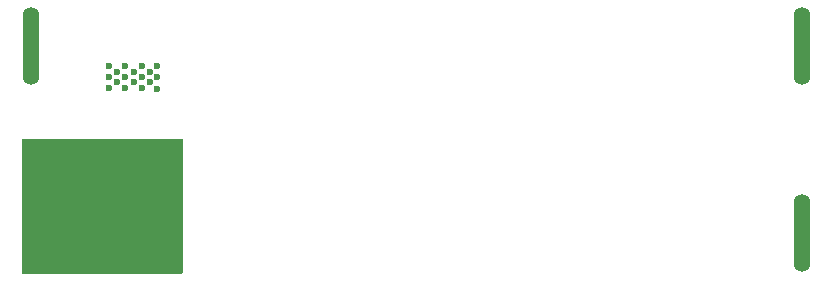
<source format=gbr>
%TF.GenerationSoftware,KiCad,Pcbnew,8.0.5*%
%TF.CreationDate,2025-07-01T10:48:08-04:00*%
%TF.ProjectId,pcb_battery_stub,7063625f-6261-4747-9465-72795f737475,rev?*%
%TF.SameCoordinates,Original*%
%TF.FileFunction,Copper,L4,Bot*%
%TF.FilePolarity,Positive*%
%FSLAX46Y46*%
G04 Gerber Fmt 4.6, Leading zero omitted, Abs format (unit mm)*
G04 Created by KiCad (PCBNEW 8.0.5) date 2025-07-01 10:48:08*
%MOMM*%
%LPD*%
G01*
G04 APERTURE LIST*
%TA.AperFunction,ComponentPad*%
%ADD10O,1.400000X6.600000*%
%TD*%
%TA.AperFunction,ViaPad*%
%ADD11C,0.600000*%
%TD*%
%TA.AperFunction,Conductor*%
%ADD12C,0.300000*%
%TD*%
G04 APERTURE END LIST*
D10*
%TO.P,BT8,1,+*%
%TO.N,Net-(BT3---Pad4)*%
X490000000Y-96500000D03*
%TO.P,BT8,2,-*%
%TO.N,Net-(BT4---Pad2)*%
X555250000Y-96500000D03*
%TO.P,BT8,3,+*%
%TO.N,Net-(BT4-+-Pad3)*%
X490000000Y-80600000D03*
%TO.P,BT8,4,-*%
%TO.N,Net-(BT4---Pad4)*%
X555250000Y-80600000D03*
%TD*%
D11*
%TO.N,Net-(BT3---Pad4)*%
X497200000Y-89800000D03*
X491000000Y-90700000D03*
X490300000Y-89500000D03*
X496500000Y-90300000D03*
X491700000Y-89500000D03*
X491700000Y-91100000D03*
X497200000Y-90600000D03*
X491700000Y-90300000D03*
X497900000Y-90200000D03*
X490300000Y-90400000D03*
X497900000Y-89400000D03*
X491000000Y-89900000D03*
X496500000Y-89400000D03*
X490300000Y-91200000D03*
X496500000Y-91100000D03*
X497900000Y-91000000D03*
%TO.N,Net-(BT4---Pad4)*%
X496600000Y-82300000D03*
X500100000Y-83700000D03*
X498700000Y-82800000D03*
X500700000Y-82300000D03*
X498000000Y-82300000D03*
X499400000Y-83300000D03*
X499400000Y-84200000D03*
X497300000Y-82800000D03*
X498000000Y-83300000D03*
X498000000Y-84200000D03*
X498700000Y-83700000D03*
X496600000Y-84200000D03*
X500700000Y-84300000D03*
X499400000Y-82300000D03*
X497300000Y-83700000D03*
X500700000Y-83300000D03*
X500100000Y-82800000D03*
X496600000Y-83300000D03*
%TD*%
D12*
%TO.N,Net-(BT3---Pad4)*%
X491700000Y-90300000D02*
X490000000Y-92000000D01*
X499400000Y-92200000D02*
X495100000Y-96500000D01*
X495100000Y-96500000D02*
X490000000Y-96500000D01*
X490000000Y-92000000D02*
X490000000Y-96500000D01*
%TD*%
%TA.AperFunction,Conductor*%
%TO.N,Net-(BT3---Pad4)*%
G36*
X502776154Y-88499846D02*
G01*
X502843169Y-88519614D01*
X502888858Y-88572475D01*
X502900000Y-88623846D01*
X502900000Y-99775500D01*
X502880315Y-99842539D01*
X502827511Y-99888294D01*
X502776000Y-99899500D01*
X489324500Y-99899500D01*
X489257461Y-99879815D01*
X489211706Y-99827011D01*
X489200500Y-99775500D01*
X489200500Y-88607135D01*
X489220185Y-88540096D01*
X489272989Y-88494341D01*
X489324649Y-88483135D01*
X502776154Y-88499846D01*
G37*
%TD.AperFunction*%
%TD*%
M02*

</source>
